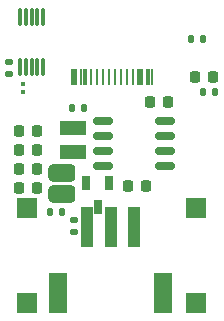
<source format=gtp>
G04 #@! TF.GenerationSoftware,KiCad,Pcbnew,7.0.1-0*
G04 #@! TF.CreationDate,2023-11-28T20:23:29+01:00*
G04 #@! TF.ProjectId,Smart_Lamps,536d6172-745f-44c6-916d-70732e6b6963,rev?*
G04 #@! TF.SameCoordinates,Original*
G04 #@! TF.FileFunction,Paste,Top*
G04 #@! TF.FilePolarity,Positive*
%FSLAX46Y46*%
G04 Gerber Fmt 4.6, Leading zero omitted, Abs format (unit mm)*
G04 Created by KiCad (PCBNEW 7.0.1-0) date 2023-11-28 20:23:29*
%MOMM*%
%LPD*%
G01*
G04 APERTURE LIST*
G04 Aperture macros list*
%AMRoundRect*
0 Rectangle with rounded corners*
0 $1 Rounding radius*
0 $2 $3 $4 $5 $6 $7 $8 $9 X,Y pos of 4 corners*
0 Add a 4 corners polygon primitive as box body*
4,1,4,$2,$3,$4,$5,$6,$7,$8,$9,$2,$3,0*
0 Add four circle primitives for the rounded corners*
1,1,$1+$1,$2,$3*
1,1,$1+$1,$4,$5*
1,1,$1+$1,$6,$7*
1,1,$1+$1,$8,$9*
0 Add four rect primitives between the rounded corners*
20,1,$1+$1,$2,$3,$4,$5,0*
20,1,$1+$1,$4,$5,$6,$7,0*
20,1,$1+$1,$6,$7,$8,$9,0*
20,1,$1+$1,$8,$9,$2,$3,0*%
G04 Aperture macros list end*
%ADD10O,0.280000X1.620000*%
%ADD11RoundRect,0.150000X0.675000X0.150000X-0.675000X0.150000X-0.675000X-0.150000X0.675000X-0.150000X0*%
%ADD12RoundRect,0.225000X-0.225000X-0.250000X0.225000X-0.250000X0.225000X0.250000X-0.225000X0.250000X0*%
%ADD13RoundRect,0.135000X-0.135000X-0.185000X0.135000X-0.185000X0.135000X0.185000X-0.135000X0.185000X0*%
%ADD14R,0.700000X1.250000*%
%ADD15R,1.800000X1.800000*%
%ADD16RoundRect,0.225000X0.225000X0.250000X-0.225000X0.250000X-0.225000X-0.250000X0.225000X-0.250000X0*%
%ADD17RoundRect,0.135000X0.185000X-0.135000X0.185000X0.135000X-0.185000X0.135000X-0.185000X-0.135000X0*%
%ADD18RoundRect,0.079500X0.100500X-0.079500X0.100500X0.079500X-0.100500X0.079500X-0.100500X-0.079500X0*%
%ADD19RoundRect,0.135000X0.135000X0.185000X-0.135000X0.185000X-0.135000X-0.185000X0.135000X-0.185000X0*%
%ADD20RoundRect,0.135000X-0.185000X0.135000X-0.185000X-0.135000X0.185000X-0.135000X0.185000X0.135000X0*%
%ADD21R,2.200000X1.200000*%
%ADD22RoundRect,0.381000X-0.762000X-0.381000X0.762000X-0.381000X0.762000X0.381000X-0.762000X0.381000X0*%
%ADD23R,0.250000X1.450000*%
%ADD24R,0.300000X1.450000*%
%ADD25R,1.500000X3.400000*%
%ADD26R,1.000000X3.500000*%
G04 APERTURE END LIST*
D10*
X132400000Y-102390000D03*
X131900000Y-102390000D03*
X131400000Y-102390000D03*
X130900000Y-102390000D03*
X130400000Y-102390000D03*
X130400000Y-106610000D03*
X130900000Y-106610000D03*
X131400000Y-106610000D03*
X131900000Y-106610000D03*
X132400000Y-106610000D03*
D11*
X142725000Y-115005000D03*
X142725000Y-113735000D03*
X142725000Y-112465000D03*
X142725000Y-111195000D03*
X137475000Y-111195000D03*
X137475000Y-112465000D03*
X137475000Y-113735000D03*
X137475000Y-115005000D03*
D12*
X130300000Y-113700000D03*
X131850000Y-113700000D03*
D13*
X145900000Y-108800000D03*
X146920000Y-108800000D03*
D14*
X137950000Y-116500000D03*
X136050000Y-116500000D03*
X137000000Y-118500000D03*
D15*
X145300000Y-126600000D03*
X145300000Y-118600000D03*
D16*
X141075000Y-116700000D03*
X139525000Y-116700000D03*
D17*
X129500000Y-107210000D03*
X129500000Y-106190000D03*
D18*
X130700000Y-108745000D03*
X130700000Y-108055000D03*
D19*
X145900000Y-104300000D03*
X144880000Y-104300000D03*
D20*
X135000000Y-119590000D03*
X135000000Y-120610000D03*
D21*
X134900000Y-113830000D03*
X134900000Y-111770000D03*
D19*
X134010000Y-118900000D03*
X132990000Y-118900000D03*
D22*
X134000000Y-115600000D03*
X134000000Y-117400000D03*
D16*
X142975000Y-109600000D03*
X141425000Y-109600000D03*
D15*
X131000000Y-118600000D03*
X131000000Y-126600000D03*
D12*
X130300000Y-112100000D03*
X131850000Y-112100000D03*
X145250000Y-107450000D03*
X146800000Y-107450000D03*
D19*
X135810000Y-110100000D03*
X134790000Y-110100000D03*
D23*
X141575000Y-107500000D03*
X140775000Y-107500000D03*
X139450000Y-107500000D03*
X138450000Y-107500000D03*
X137950000Y-107500000D03*
X136950000Y-107500000D03*
X135625000Y-107500000D03*
X134825000Y-107500000D03*
D24*
X135100000Y-107500000D03*
X135900000Y-107500000D03*
D23*
X136450000Y-107500000D03*
X137450000Y-107500000D03*
X138950000Y-107500000D03*
X139950000Y-107500000D03*
D24*
X140500000Y-107500000D03*
X141300000Y-107500000D03*
D12*
X130325000Y-115300000D03*
X131875000Y-115300000D03*
D25*
X142530000Y-125770000D03*
X133670000Y-125770000D03*
D26*
X136100000Y-120230000D03*
X138100000Y-120230000D03*
X140100000Y-120230000D03*
D12*
X130350000Y-116900000D03*
X131900000Y-116900000D03*
M02*

</source>
